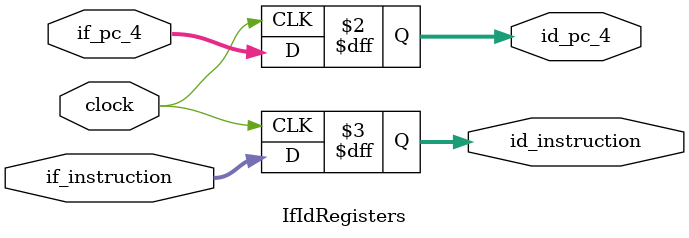
<source format=v>
`timescale 1ns / 1ps

module IfIdRegisters (

		input clock,

		input [31:0] if_pc_4,
		input [31:0] if_instruction,

		output reg [31:0] id_pc_4,
		output reg [31:0] id_instruction
	);

	always @(posedge clock) begin
		id_pc_4 <= if_pc_4;
		id_instruction <= if_instruction;
	end
endmodule

</source>
